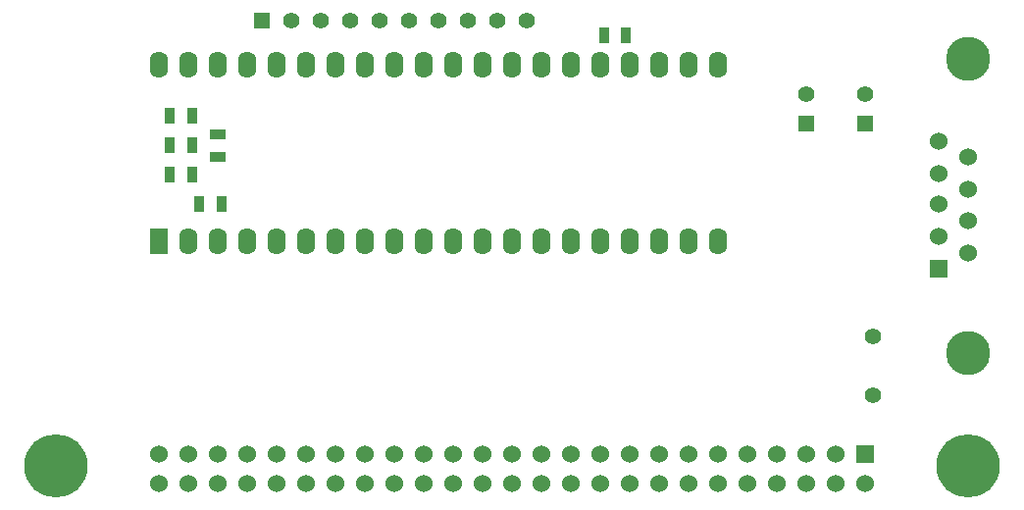
<source format=gbs>
G04 (created by PCBNEW (2013-07-07 BZR 4022)-stable) date 02/05/2014 20:54:29*
%MOIN*%
G04 Gerber Fmt 3.4, Leading zero omitted, Abs format*
%FSLAX34Y34*%
G01*
G70*
G90*
G04 APERTURE LIST*
%ADD10C,0.00590551*%
%ADD11C,0.15*%
%ADD12R,0.06X0.06*%
%ADD13C,0.06*%
%ADD14R,0.055X0.035*%
%ADD15R,0.035X0.055*%
%ADD16C,0.215*%
%ADD17R,0.062X0.09*%
%ADD18O,0.062X0.09*%
%ADD19C,0.055*%
%ADD20R,0.055X0.055*%
G04 APERTURE END LIST*
G54D10*
G54D11*
X38375Y-20675D03*
X38375Y-10675D03*
G54D12*
X37375Y-17825D03*
G54D13*
X37375Y-16725D03*
X37375Y-15625D03*
X37375Y-14575D03*
X37375Y-13475D03*
X38375Y-14025D03*
X38375Y-15125D03*
X38375Y-16175D03*
X38375Y-17275D03*
G54D14*
X12875Y-14000D03*
X12875Y-13250D03*
G54D15*
X13000Y-15625D03*
X12250Y-15625D03*
X11250Y-13625D03*
X12000Y-13625D03*
X11250Y-14625D03*
X12000Y-14625D03*
X11250Y-12625D03*
X12000Y-12625D03*
X26000Y-9875D03*
X26750Y-9875D03*
G54D12*
X34875Y-24125D03*
G54D13*
X34875Y-25125D03*
X33875Y-24125D03*
X33875Y-25125D03*
X32875Y-24125D03*
X32875Y-25125D03*
X31875Y-24125D03*
X31875Y-25125D03*
X30875Y-24125D03*
X30875Y-25125D03*
X29875Y-24125D03*
X29875Y-25125D03*
X28875Y-24125D03*
X28875Y-25125D03*
X27875Y-24125D03*
X27875Y-25125D03*
X26875Y-24125D03*
X26875Y-25125D03*
X25875Y-24125D03*
X25875Y-25125D03*
G54D16*
X38375Y-24525D03*
G54D13*
X24875Y-24125D03*
X24875Y-25125D03*
X23875Y-24125D03*
X23875Y-25125D03*
X22875Y-24125D03*
X22875Y-25125D03*
X21875Y-24125D03*
X21875Y-25125D03*
X20875Y-24125D03*
X20875Y-25125D03*
X19875Y-24125D03*
X19875Y-25125D03*
X18875Y-24125D03*
X18875Y-25125D03*
X17875Y-24125D03*
X17875Y-25125D03*
X16875Y-24125D03*
X16875Y-25125D03*
X15875Y-24125D03*
X15875Y-25125D03*
X14875Y-24125D03*
X14875Y-25125D03*
X13875Y-24125D03*
X13875Y-25125D03*
X12875Y-24125D03*
X12875Y-25125D03*
X11875Y-24125D03*
X11875Y-25125D03*
X10875Y-24125D03*
X10875Y-25125D03*
G54D16*
X7375Y-24525D03*
G54D17*
X10875Y-16875D03*
G54D18*
X11875Y-16875D03*
X12875Y-16875D03*
X13875Y-16875D03*
X14875Y-16875D03*
X15875Y-16875D03*
X16875Y-16875D03*
X17875Y-16875D03*
X18875Y-16875D03*
X19875Y-16875D03*
X20875Y-16875D03*
X21875Y-16875D03*
X22875Y-16875D03*
X23875Y-16875D03*
X24875Y-16875D03*
X25875Y-16875D03*
X26875Y-16875D03*
X27875Y-16875D03*
X28875Y-16875D03*
X29875Y-16875D03*
X29875Y-10875D03*
X28875Y-10875D03*
X27875Y-10875D03*
X26875Y-10875D03*
X25875Y-10875D03*
X24875Y-10875D03*
X23875Y-10875D03*
X22875Y-10875D03*
X21875Y-10875D03*
X20875Y-10875D03*
X19875Y-10875D03*
X18875Y-10875D03*
X17875Y-10875D03*
X16875Y-10875D03*
X15875Y-10875D03*
X14875Y-10875D03*
X13875Y-10875D03*
X12875Y-10875D03*
X11875Y-10875D03*
X10875Y-10875D03*
G54D19*
X35125Y-22125D03*
X35125Y-20125D03*
G54D20*
X32875Y-12875D03*
G54D19*
X32875Y-11875D03*
G54D20*
X34875Y-12875D03*
G54D19*
X34875Y-11875D03*
G54D20*
X14375Y-9375D03*
G54D19*
X15375Y-9375D03*
X16375Y-9375D03*
X17375Y-9375D03*
X18375Y-9375D03*
X19375Y-9375D03*
X20375Y-9375D03*
X21375Y-9375D03*
X22375Y-9375D03*
X23375Y-9375D03*
M02*

</source>
